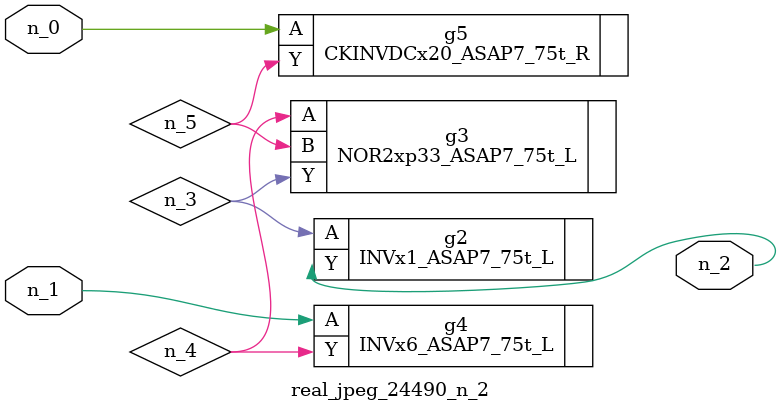
<source format=v>
module real_jpeg_24490_n_2 (n_1, n_0, n_2);

input n_1;
input n_0;

output n_2;

wire n_5;
wire n_4;
wire n_3;

CKINVDCx20_ASAP7_75t_R g5 ( 
.A(n_0),
.Y(n_5)
);

INVx6_ASAP7_75t_L g4 ( 
.A(n_1),
.Y(n_4)
);

INVx1_ASAP7_75t_L g2 ( 
.A(n_3),
.Y(n_2)
);

NOR2xp33_ASAP7_75t_L g3 ( 
.A(n_4),
.B(n_5),
.Y(n_3)
);


endmodule
</source>
